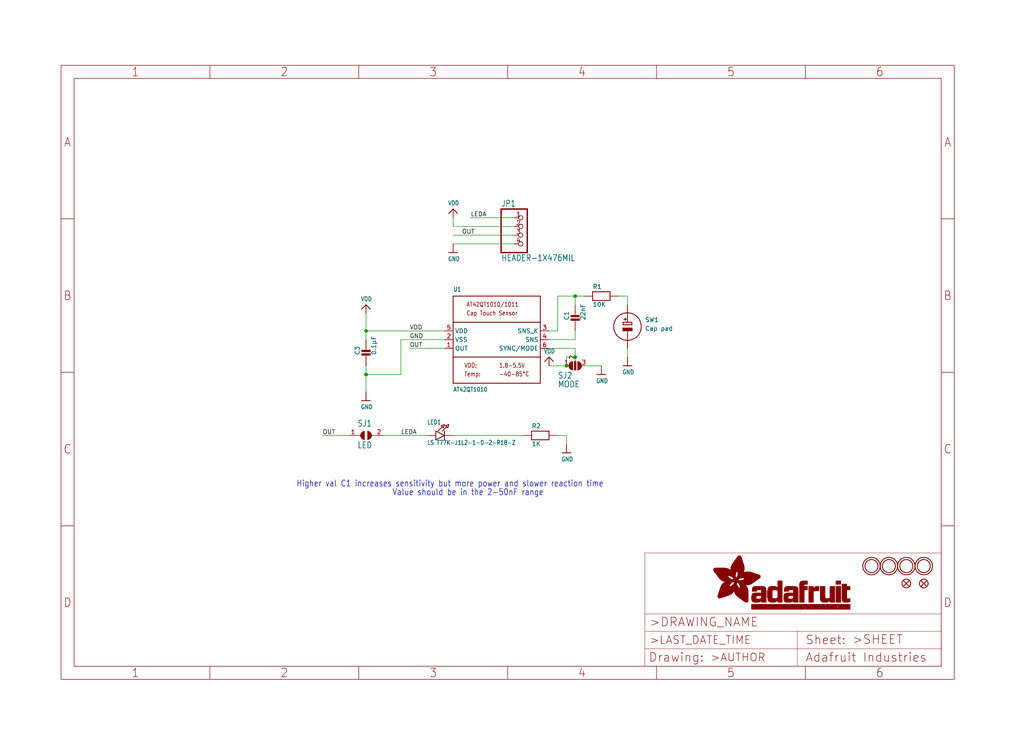
<source format=kicad_sch>
(kicad_sch (version 20211123) (generator eeschema)
  (paper "User" 298.45 217.881)
  (lib_symbols
    (symbol "eagleSchem-eagle-import:AT42QT1010{slash}1"
      (property "Reference" "U" (at -12.7 13.97 0))
      (property "Value" "AT42QT1010{slash}1" (at -12.7 -15.24 0))
      (symbol "AT42QT1010{slash}1_1_0"
        (text "-40-85°C" (at 0.635 -10.795 0) (effects (font (size 1.27 1.0795)) (justify left bottom)))
        (text "1.8-5.5V" (at 0.635 -8.255 0) (effects (font (size 1.27 1.0795)) (justify left bottom)))
        (text "AT42QT1010/1011" (at -8.89 9.525 0) (effects (font (size 1.27 1.0795)) (justify left bottom)))
        (text "Cap Touch Sensor" (at -8.89 6.985 0) (effects (font (size 1.27 1.0795)) (justify left bottom)))
        (text "Temp:" (at -9.525 -10.795 0) (effects (font (size 1.27 1.0795)) (justify left bottom)))
        (text "VDD:" (at -9.525 -8.255 0) (effects (font (size 1.27 1.0795)) (justify left bottom)))
        (pin output line (at -15.24 -2.54 0) (length 2.54) (name "OUT") (number "1"))
        (pin power_in line (at -15.24 0 0) (length 2.54) (name "VSS") (number "2"))
        (pin bidirectional line (at 15.24 2.54 180) (length 2.54) (name "SNS_K") (number "3"))
        (pin bidirectional line (at 15.24 0 180) (length 2.54) (name "SNS") (number "4"))
        (pin power_in line (at -15.24 2.54 0) (length 2.54) (name "VDD") (number "5"))
        (pin input line (at 15.24 -2.54 180) (length 2.54) (name "SYNC/MODE") (number "6"))
      )
    )
    (symbol "eagleSchem-eagle-import:CAP_CERAMIC_0805"
      (property "Reference" "C" (at -1.79 0.54 90))
      (property "Value" "CAP_CERAMIC_0805" (at 3 0.54 90))
      (symbol "CAP_CERAMIC_0805_1_0"
        (pin passive line (at 0 5.08 270) (length 2.54) (name "P$1") (number "1"))
        (pin passive line (at 0 -2.54 90) (length 2.54) (name "P$2") (number "2"))
      )
    )
    (symbol "eagleSchem-eagle-import:FIDUCIAL{dblquote}{dblquote}")
    (symbol "eagleSchem-eagle-import:FRAME_A4_ADAFRUIT"
      (symbol "FRAME_A4_ADAFRUIT_0_0"
        (text "1" (at 21.6958 1.905 0) (effects (font (size 2.54 2.286))))
        (text "1" (at 21.6958 177.165 0) (effects (font (size 2.54 2.286))))
        (text "2" (at 65.0875 1.905 0) (effects (font (size 2.54 2.286))))
        (text "2" (at 65.0875 177.165 0) (effects (font (size 2.54 2.286))))
        (text "3" (at 108.4792 1.905 0) (effects (font (size 2.54 2.286))))
        (text "3" (at 108.4792 177.165 0) (effects (font (size 2.54 2.286))))
        (text "4" (at 151.8708 1.905 0) (effects (font (size 2.54 2.286))))
        (text "4" (at 151.8708 177.165 0) (effects (font (size 2.54 2.286))))
        (text "5" (at 195.2625 1.905 0) (effects (font (size 2.54 2.286))))
        (text "5" (at 195.2625 177.165 0) (effects (font (size 2.54 2.286))))
        (text "6" (at 238.6542 1.905 0) (effects (font (size 2.54 2.286))))
        (text "6" (at 238.6542 177.165 0) (effects (font (size 2.54 2.286))))
        (text "A" (at 1.905 156.6863 0) (effects (font (size 2.54 2.286))))
        (text "A" (at 258.445 156.6863 0) (effects (font (size 2.54 2.286))))
        (text "B" (at 1.905 111.9188 0) (effects (font (size 2.54 2.286))))
        (text "B" (at 258.445 111.9188 0) (effects (font (size 2.54 2.286))))
        (text "C" (at 1.905 67.1513 0) (effects (font (size 2.54 2.286))))
        (text "C" (at 258.445 67.1513 0) (effects (font (size 2.54 2.286))))
        (text "D" (at 1.905 22.3838 0) (effects (font (size 2.54 2.286))))
        (text "D" (at 258.445 22.3838 0) (effects (font (size 2.54 2.286))))
      )
      (symbol "FRAME_A4_ADAFRUIT_1_0"
        (text ">AUTHOR" (at 189.23 5.08 0) (effects (font (size 2.286 2.286)) (justify left bottom)))
        (text ">DRAWING_NAME" (at 171.45 15.24 0) (effects (font (size 2.54 2.54)) (justify left bottom)))
        (text ">LAST_DATE_TIME" (at 171.45 10.16 0) (effects (font (size 2.286 2.286)) (justify left bottom)))
        (text ">SHEET" (at 230.505 10.16 0) (effects (font (size 2.54 2.54)) (justify left bottom)))
        (text "Adafruit Industries" (at 216.916 4.953 0) (effects (font (size 2.54 2.54)) (justify left bottom)))
        (text "Drawing:" (at 171.196 4.953 0) (effects (font (size 2.54 2.54)) (justify left bottom)))
        (text "Sheet:" (at 216.916 10.033 0) (effects (font (size 2.54 2.54)) (justify left bottom)))
      )
    )
    (symbol "eagleSchem-eagle-import:GND" (power)
      (property "Value" "GND" (at -1.524 -2.54 0))
      (symbol "GND_1_0"
        (pin power_in line (at 0 2.54 270) (length 2.54) (name "GND") (number "1"))
      )
    )
    (symbol "eagleSchem-eagle-import:HEADER-1X476MIL"
      (property "Reference" "JP" (at -6.35 8.255 0))
      (property "Value" "HEADER-1X476MIL" (at -6.35 -7.62 0))
      (symbol "HEADER-1X476MIL_1_0"
        (pin passive inverted (at -2.54 5.08 0) (length 2.54) (name "1") (number "1"))
        (pin passive inverted (at -2.54 2.54 0) (length 2.54) (name "2") (number "2"))
        (pin passive inverted (at -2.54 0 0) (length 2.54) (name "3") (number "3"))
        (pin passive inverted (at -2.54 -2.54 0) (length 2.54) (name "4") (number "4"))
      )
    )
    (symbol "eagleSchem-eagle-import:LEDPLCC2_REV"
      (property "Reference" "LED" (at -5.08 3.175 0))
      (property "Value" "LEDPLCC2_REV" (at -5.08 -2.794 0))
      (symbol "LEDPLCC2_REV_1_0"
        (pin passive line (at -5.08 0 0) (length 2.54) (name "A") (number "A"))
        (pin passive line (at 2.54 0 180) (length 2.54) (name "C") (number "K"))
      )
    )
    (symbol "eagleSchem-eagle-import:MOUNTINGHOLE2.5")
    (symbol "eagleSchem-eagle-import:RESISTOR_0805"
      (property "Reference" "R" (at -2.54 2.032 0))
      (property "Value" "RESISTOR_0805" (at -2.54 -3.175 0))
      (symbol "RESISTOR_0805_1_0"
        (pin passive line (at -5.08 0 0) (length 2.54) (name "1") (number "1"))
        (pin passive line (at 5.08 0 180) (length 2.54) (name "2") (number "2"))
      )
    )
    (symbol "eagleSchem-eagle-import:SOLDERJUMPERCLOSED"
      (property "Reference" "SJ" (at -2.54 2.54 0))
      (property "Value" "SOLDERJUMPERCLOSED" (at -2.54 -3.81 0))
      (symbol "SOLDERJUMPERCLOSED_1_0"
        (pin passive line (at -5.08 0 0) (length 2.54) (name "1") (number "1"))
        (pin passive line (at 5.08 0 180) (length 2.54) (name "2") (number "2"))
      )
    )
    (symbol "eagleSchem-eagle-import:SOLDERJUMPER_2WAY"
      (property "Reference" "SJ" (at -5.08 -3.81 0))
      (property "Value" "SOLDERJUMPER_2WAY" (at -5.08 -6.35 0))
      (symbol "SOLDERJUMPER_2WAY_1_0"
        (pin passive line (at -2.54 0 0) (length 0) (name "1") (number "1"))
        (pin passive line (at 0 2.54 270) (length 0) (name "2") (number "2"))
        (pin passive line (at 2.54 0 180) (length 0) (name "3") (number "3"))
      )
    )
    (symbol "eagleSchem-eagle-import:SWITCH_CAPTOUCHATMELAT42QT"
      (property "Reference" "SW" (at 5.08 0 0))
      (property "Value" "SWITCH_CAPTOUCHATMELAT42QT" (at 5.08 -2.54 0))
      (symbol "SWITCH_CAPTOUCHATMELAT42QT_1_0"
        (pin passive line (at 0 5.08 270) (length 5.08) (name "+") (number "E"))
        (pin passive line (at 0 -7.62 90) (length 5.08) (name "-") (number "G"))
      )
    )
    (symbol "eagleSchem-eagle-import:VDD" (power)
      (property "Value" "VDD" (at -1.524 1.016 0))
      (symbol "VDD_1_0"
        (pin power_in line (at 0 -2.54 90) (length 2.54) (name "VDD") (number "1"))
      )
    )
  )
  (junction (at 165.1 106.68))
  (junction (at 106.68 96.52))
  (junction (at 167.64 86.36))
  (junction (at 106.68 109.22))
  (junction (at 167.64 104.14))
  (wire (pts (xy 132.08 127) (xy 152.4 127)))
  (wire (pts (xy 132.08 71.12) (xy 149.86 71.12)))
  (wire (pts (xy 106.68 109.22) (xy 106.68 114.3)))
  (wire (pts (xy 180.34 86.36) (xy 182.88 86.36)))
  (wire (pts (xy 162.56 127) (xy 165.1 127)))
  (wire (pts (xy 149.86 68.58) (xy 132.08 68.58)))
  (wire (pts (xy 129.54 99.06) (xy 116.84 99.06)))
  (wire (pts (xy 167.64 104.14) (xy 165.1 104.14)))
  (wire (pts (xy 165.1 127) (xy 165.1 129.54)))
  (wire (pts (xy 116.84 99.06) (xy 116.84 109.22)))
  (wire (pts (xy 160.02 99.06) (xy 167.64 99.06)))
  (wire (pts (xy 167.64 88.9) (xy 167.64 86.36)))
  (wire (pts (xy 111.76 127) (xy 124.46 127)))
  (wire (pts (xy 137.16 63.5) (xy 149.86 63.5)))
  (wire (pts (xy 160.02 101.6) (xy 167.64 101.6)))
  (wire (pts (xy 116.84 109.22) (xy 106.68 109.22)))
  (wire (pts (xy 129.54 101.6) (xy 119.38 101.6)))
  (wire (pts (xy 160.02 96.52) (xy 162.56 96.52)))
  (wire (pts (xy 167.64 99.06) (xy 167.64 96.52)))
  (wire (pts (xy 162.56 86.36) (xy 167.64 86.36)))
  (wire (pts (xy 106.68 106.68) (xy 106.68 109.22)))
  (wire (pts (xy 165.1 104.14) (xy 165.1 106.68)))
  (wire (pts (xy 129.54 96.52) (xy 106.68 96.52)))
  (wire (pts (xy 106.68 96.52) (xy 106.68 99.06)))
  (wire (pts (xy 106.68 96.52) (xy 106.68 91.44)))
  (wire (pts (xy 182.88 101.6) (xy 182.88 104.14)))
  (wire (pts (xy 160.02 106.68) (xy 165.1 106.68)))
  (wire (pts (xy 149.86 66.04) (xy 132.08 66.04)))
  (wire (pts (xy 132.08 66.04) (xy 132.08 63.5)))
  (wire (pts (xy 175.26 106.68) (xy 170.18 106.68)))
  (wire (pts (xy 167.64 86.36) (xy 170.18 86.36)))
  (wire (pts (xy 167.64 101.6) (xy 167.64 104.14)))
  (wire (pts (xy 182.88 86.36) (xy 182.88 88.9)))
  (wire (pts (xy 162.56 96.52) (xy 162.56 86.36)))
  (wire (pts (xy 101.6 127) (xy 93.98 127)))
  (text "Value should be in the 2-50nF range" (at 114.3 144.78 180) (effects (font (size 1.778 1.5113)) (justify left bottom)))
  (text "Higher val C1 increases sensitivity but more power and slower reaction time" (at 86.36 142.24 0) (effects (font (size 1.778 1.5113)) (justify left bottom)))
  (label "OUT" (at 134.62 68.58 0) (effects (font (size 1.2446 1.2446))))
  (label "OUT" (at 119.38 101.6 0) (effects (font (size 1.2446 1.2446))))
  (label "OUT" (at 93.98 127 0) (effects (font (size 1.2446 1.2446))))
  (label "GND" (at 119.38 99.06 0) (effects (font (size 1.2446 1.2446))))
  (label "VDD" (at 119.38 96.52 0) (effects (font (size 1.2446 1.2446))))
  (label "LEDA" (at 137.16 63.5 0) (effects (font (size 1.2446 1.2446))))
  (label "LEDA" (at 116.84 127 0) (effects (font (size 1.2446 1.2446))))
  (symbol (lib_id "eagleSchem-eagle-import:CAP_CERAMIC_0805") (at 106.68 104.14 0) (unit 1)
    (property "Reference" "C3" (at 104.89 103.6 90) (effects (justify left bottom)))
    (property "Value" "0.1µF" (at 109.68 103.6 90) (effects (justify left bottom)))
    (property "Footprint" "eagleSchem:_0805" (effects hide))
  )
  (symbol (lib_id "eagleSchem-eagle-import:FRAME_A4_ADAFRUIT") (at 17.78 198.12 0) (unit 1)
    (property "Reference" "#U$1" (effects hide))
    (property "Value" "FRAME_A4_ADAFRUIT" (effects hide))
    (property "Footprint" "eagleSchem:" (effects hide))
  )
  (symbol (lib_id "eagleSchem-eagle-import:GND") (at 175.26 109.22 0) (unit 1)
    (property "Reference" "#U$13" (effects hide))
    (property "Value" "GND" (at 173.736 111.76 0) (effects (font (size 1.27 1.0795)) (justify left bottom)))
    (property "Footprint" "eagleSchem:" (effects hide))
  )
  (symbol (lib_id "eagleSchem-eagle-import:HEADER-1X476MIL") (at 152.4 68.58 0) (unit 1)
    (property "Reference" "JP1" (at 146.05 60.325 0) (effects (font (size 1.778 1.5113)) (justify left bottom)))
    (property "Value" "HEADER-1X476MIL" (at 146.05 76.2 0) (effects (font (size 1.778 1.5113)) (justify left bottom)))
    (property "Footprint" "eagleSchem:1X04_ROUND_76" (effects hide))
  )
  (symbol (lib_id "eagleSchem-eagle-import:MOUNTINGHOLE2.5") (at 259.08 165.1 0) (unit 1)
    (property "Reference" "U$6" (effects hide))
    (property "Value" "MOUNTINGHOLE2.5" (effects hide))
    (property "Footprint" "eagleSchem:MOUNTINGHOLE_2.5_PLATED" (effects hide))
  )
  (symbol (lib_id "eagleSchem-eagle-import:VDD") (at 132.08 60.96 0) (unit 1)
    (property "Reference" "#U$7" (effects hide))
    (property "Value" "VDD" (at 130.556 59.944 0) (effects (font (size 1.27 1.0795)) (justify left bottom)))
    (property "Footprint" "eagleSchem:" (effects hide))
  )
  (symbol (lib_id "eagleSchem-eagle-import:SOLDERJUMPER_2WAY") (at 167.64 106.68 0) (unit 1)
    (property "Reference" "SJ2" (at 162.56 110.49 0) (effects (font (size 1.778 1.5113)) (justify left bottom)))
    (property "Value" "MODE" (at 162.56 113.03 0) (effects (font (size 1.778 1.5113)) (justify left bottom)))
    (property "Footprint" "eagleSchem:SOLDERJUMPER_2WAY_OPEN_NOPASTE" (effects hide))
  )
  (symbol (lib_id "eagleSchem-eagle-import:GND") (at 106.68 116.84 0) (unit 1)
    (property "Reference" "#U$3" (effects hide))
    (property "Value" "GND" (at 105.156 119.38 0) (effects (font (size 1.27 1.0795)) (justify left bottom)))
    (property "Footprint" "eagleSchem:" (effects hide))
  )
  (symbol (lib_id "eagleSchem-eagle-import:GND") (at 165.1 132.08 0) (unit 1)
    (property "Reference" "#U$5" (effects hide))
    (property "Value" "GND" (at 163.576 134.62 0) (effects (font (size 1.27 1.0795)) (justify left bottom)))
    (property "Footprint" "eagleSchem:" (effects hide))
  )
  (symbol (lib_id "eagleSchem-eagle-import:SOLDERJUMPERCLOSED") (at 106.68 127 0) (unit 1)
    (property "Reference" "SJ1" (at 104.14 124.46 0) (effects (font (size 1.778 1.5113)) (justify left bottom)))
    (property "Value" "LED" (at 104.14 130.81 0) (effects (font (size 1.778 1.5113)) (justify left bottom)))
    (property "Footprint" "eagleSchem:SOLDERJUMPER_CLOSEDWIRE" (effects hide))
  )
  (symbol (lib_id "eagleSchem-eagle-import:RESISTOR_0805") (at 157.48 127 0) (unit 1)
    (property "Reference" "R2" (at 154.94 124.968 0) (effects (justify left bottom)))
    (property "Value" "1K" (at 154.94 130.175 0) (effects (justify left bottom)))
    (property "Footprint" "eagleSchem:_0805" (effects hide))
  )
  (symbol (lib_id "eagleSchem-eagle-import:CAP_CERAMIC_0805") (at 167.64 93.98 0) (unit 1)
    (property "Reference" "C1" (at 165.85 93.44 90) (effects (justify left bottom)))
    (property "Value" "22nF" (at 170.64 93.44 90) (effects (justify left bottom)))
    (property "Footprint" "eagleSchem:_0805" (effects hide))
  )
  (symbol (lib_id "eagleSchem-eagle-import:MOUNTINGHOLE2.5") (at 254 165.1 0) (unit 1)
    (property "Reference" "U$11" (effects hide))
    (property "Value" "MOUNTINGHOLE2.5" (effects hide))
    (property "Footprint" "eagleSchem:MOUNTINGHOLE_2.5_PLATED" (effects hide))
  )
  (symbol (lib_id "eagleSchem-eagle-import:FIDUCIAL{dblquote}{dblquote}") (at 269.24 170.18 0) (unit 1)
    (property "Reference" "FID1" (effects hide))
    (property "Value" "FIDUCIAL{dblquote}{dblquote}" (effects hide))
    (property "Footprint" "eagleSchem:FIDUCIAL_1MM" (effects hide))
  )
  (symbol (lib_id "eagleSchem-eagle-import:VDD") (at 160.02 104.14 0) (unit 1)
    (property "Reference" "#U$14" (effects hide))
    (property "Value" "VDD" (at 158.496 103.124 0) (effects (font (size 1.27 1.0795)) (justify left bottom)))
    (property "Footprint" "eagleSchem:" (effects hide))
  )
  (symbol (lib_id "eagleSchem-eagle-import:RESISTOR_0805") (at 175.26 86.36 0) (unit 1)
    (property "Reference" "R1" (at 172.72 84.328 0) (effects (justify left bottom)))
    (property "Value" "10K" (at 172.72 89.535 0) (effects (justify left bottom)))
    (property "Footprint" "eagleSchem:_0805" (effects hide))
  )
  (symbol (lib_id "eagleSchem-eagle-import:FIDUCIAL{dblquote}{dblquote}") (at 264.16 170.18 0) (unit 1)
    (property "Reference" "FID2" (effects hide))
    (property "Value" "FIDUCIAL{dblquote}{dblquote}" (effects hide))
    (property "Footprint" "eagleSchem:FIDUCIAL_1MM" (effects hide))
  )
  (symbol (lib_id "eagleSchem-eagle-import:GND") (at 182.88 106.68 0) (unit 1)
    (property "Reference" "#U$2" (effects hide))
    (property "Value" "GND" (at 181.356 109.22 0) (effects (font (size 1.27 1.0795)) (justify left bottom)))
    (property "Footprint" "eagleSchem:" (effects hide))
  )
  (symbol (lib_id "eagleSchem-eagle-import:VDD") (at 106.68 88.9 0) (unit 1)
    (property "Reference" "#U$4" (effects hide))
    (property "Value" "VDD" (at 105.156 87.884 0) (effects (font (size 1.27 1.0795)) (justify left bottom)))
    (property "Footprint" "eagleSchem:" (effects hide))
  )
  (symbol (lib_id "eagleSchem-eagle-import:SWITCH_CAPTOUCHATMELAT42QT") (at 182.88 93.98 0) (unit 1)
    (property "Reference" "SW1" (at 187.96 93.98 0) (effects (justify left bottom)))
    (property "Value" "Cap pad" (at 187.96 96.52 0) (effects (justify left bottom)))
    (property "Footprint" "eagleSchem:CAPTOUCH_SIMPLE_12.5MM" (effects hide))
  )
  (symbol (lib_id "eagleSchem-eagle-import:MOUNTINGHOLE2.5") (at 269.24 165.1 0) (unit 1)
    (property "Reference" "U$9" (effects hide))
    (property "Value" "MOUNTINGHOLE2.5" (effects hide))
    (property "Footprint" "eagleSchem:MOUNTINGHOLE_2.5_PLATED" (effects hide))
  )
  (symbol (lib_id "eagleSchem-eagle-import:GND") (at 132.08 73.66 0) (unit 1)
    (property "Reference" "#U$8" (effects hide))
    (property "Value" "GND" (at 130.556 76.2 0) (effects (font (size 1.27 1.0795)) (justify left bottom)))
    (property "Footprint" "eagleSchem:" (effects hide))
  )
  (symbol (lib_id "eagleSchem-eagle-import:AT42QT1010{slash}1") (at 144.78 99.06 0) (unit 1)
    (property "Reference" "U1" (at 132.08 85.09 0) (effects (font (size 1.27 1.0795)) (justify left bottom)))
    (property "Value" "AT42QT1010" (at 132.08 114.3 0) (effects (font (size 1.27 1.0795)) (justify left bottom)))
    (property "Footprint" "eagleSchem:SOT23-6" (effects hide))
  )
  (symbol (lib_id "eagleSchem-eagle-import:MOUNTINGHOLE2.5") (at 264.16 165.1 0) (unit 1)
    (property "Reference" "U$10" (effects hide))
    (property "Value" "MOUNTINGHOLE2.5" (effects hide))
    (property "Footprint" "eagleSchem:MOUNTINGHOLE_2.5_PLATED" (effects hide))
  )
  (symbol (lib_id "eagleSchem-eagle-import:LEDPLCC2_REV") (at 129.54 127 0) (unit 1)
    (property "Reference" "LED1" (at 124.46 123.825 0) (effects (font (size 1.27 1.0795)) (justify left bottom)))
    (property "Value" "LS T77K-J1L2-1-0-2-R18-Z" (at 124.46 129.794 0) (effects (font (size 1.27 1.0795)) (justify left bottom)))
    (property "Footprint" "eagleSchem:PLCC2_REVMOUNT" (effects hide))
  )
)
</source>
